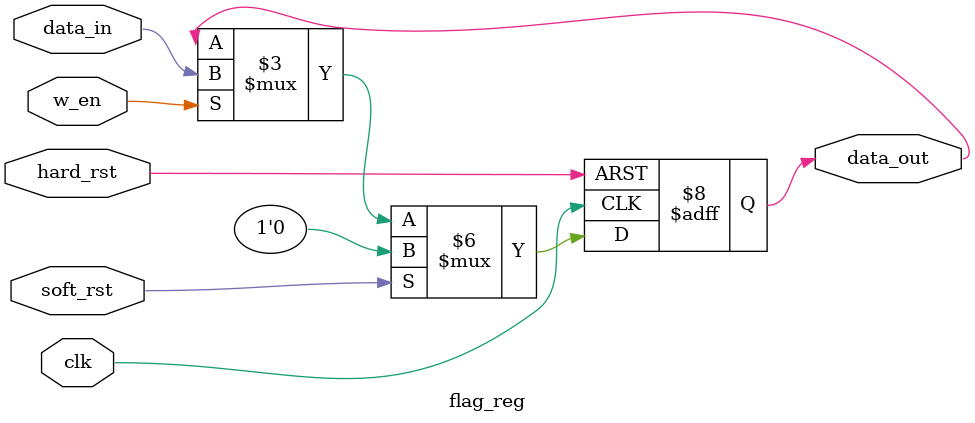
<source format=v>
module flag_reg(input clk,
input hard_rst,
input soft_rst,
input w_en,
input data_in,
output reg data_out
    );
	 
	 always @(posedge clk, posedge hard_rst) begin
		if(hard_rst) begin
			data_out <= 'd0;
		end
		else if(soft_rst)begin
			data_out <= 'd0;
		end
		else begin
			if(w_en) data_out <= data_in; else data_out <= data_out;
		end
	 end

endmodule
</source>
